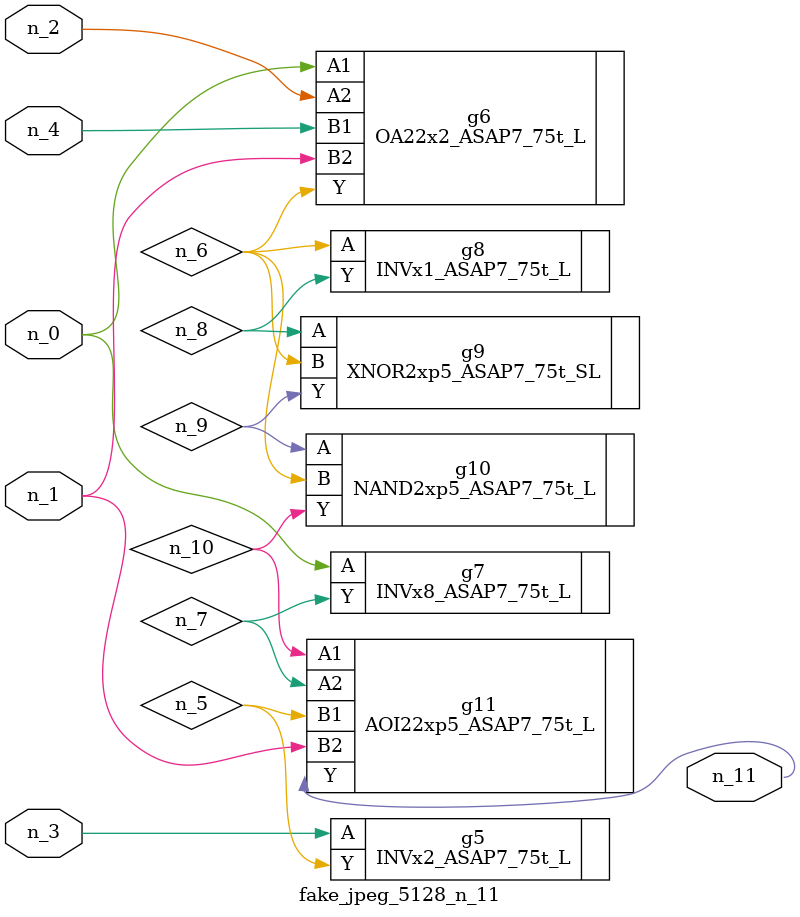
<source format=v>
module fake_jpeg_5128_n_11 (n_3, n_2, n_1, n_0, n_4, n_11);

input n_3;
input n_2;
input n_1;
input n_0;
input n_4;

output n_11;

wire n_10;
wire n_8;
wire n_9;
wire n_6;
wire n_5;
wire n_7;

INVx2_ASAP7_75t_L g5 ( 
.A(n_3),
.Y(n_5)
);

OA22x2_ASAP7_75t_L g6 ( 
.A1(n_0),
.A2(n_2),
.B1(n_4),
.B2(n_1),
.Y(n_6)
);

INVx8_ASAP7_75t_L g7 ( 
.A(n_0),
.Y(n_7)
);

INVx1_ASAP7_75t_L g8 ( 
.A(n_6),
.Y(n_8)
);

XNOR2xp5_ASAP7_75t_SL g9 ( 
.A(n_8),
.B(n_6),
.Y(n_9)
);

NAND2xp5_ASAP7_75t_L g10 ( 
.A(n_9),
.B(n_6),
.Y(n_10)
);

AOI22xp5_ASAP7_75t_L g11 ( 
.A1(n_10),
.A2(n_7),
.B1(n_5),
.B2(n_1),
.Y(n_11)
);


endmodule
</source>
